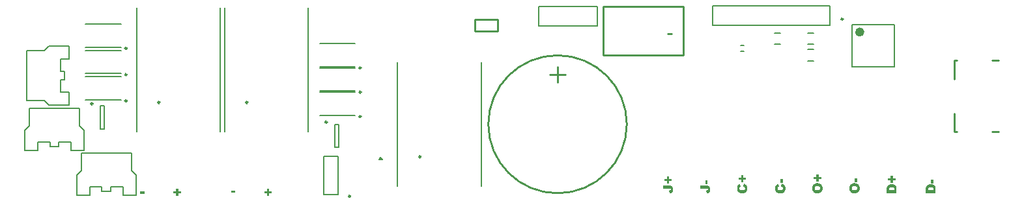
<source format=gto>
%FSAX24Y24*%
%MOIN*%
G70*
G01*
G75*
G04 Layer_Color=65535*
%ADD10C,0.1000*%
%ADD11C,0.0100*%
%ADD12C,0.1200*%
%ADD13C,0.0200*%
%ADD14C,0.0300*%
%ADD15C,0.0400*%
%ADD16C,0.0150*%
%ADD17C,0.0500*%
%ADD18O,0.0709X0.0118*%
%ADD19O,0.0118X0.0709*%
%ADD20R,0.0413X0.0394*%
%ADD21R,0.0433X0.0669*%
%ADD22R,0.1181X0.2362*%
%ADD23R,0.0276X0.0354*%
%ADD24R,0.0374X0.0394*%
%ADD25R,0.0118X0.0157*%
%ADD26R,0.0394X0.0413*%
%ADD27O,0.0866X0.0236*%
%ADD28R,0.0787X0.0787*%
%ADD29R,0.0394X0.0374*%
%ADD30R,0.0433X0.0236*%
%ADD31R,0.1496X0.0984*%
%ADD32R,0.0787X0.0197*%
%ADD33R,0.0315X0.0315*%
%ADD34R,0.4110X0.3504*%
%ADD35R,0.0394X0.1339*%
%ADD36C,0.0150*%
%ADD37C,0.3000*%
%ADD38C,0.0700*%
%ADD39R,0.0550X0.0750*%
%ADD40O,0.0550X0.0750*%
%ADD41R,0.0750X0.0550*%
%ADD42O,0.0750X0.0550*%
%ADD43C,0.0591*%
%ADD44R,0.0591X0.0591*%
%ADD45C,0.0748*%
%ADD46C,0.2100*%
G04:AMPARAMS|DCode=47|XSize=51mil|YSize=51mil|CornerRadius=12.8mil|HoleSize=0mil|Usage=FLASHONLY|Rotation=0.000|XOffset=0mil|YOffset=0mil|HoleType=Round|Shape=RoundedRectangle|*
%AMROUNDEDRECTD47*
21,1,0.0510,0.0255,0,0,0.0*
21,1,0.0255,0.0510,0,0,0.0*
1,1,0.0255,0.0128,-0.0128*
1,1,0.0255,-0.0128,-0.0128*
1,1,0.0255,-0.0128,0.0128*
1,1,0.0255,0.0128,0.0128*
%
%ADD47ROUNDEDRECTD47*%
%ADD48R,0.0510X0.0510*%
%ADD49C,0.0250*%
%ADD50C,0.0700*%
%ADD51R,0.0630X0.0591*%
%ADD52R,0.0669X0.0433*%
%ADD53C,0.0098*%
%ADD54C,0.0236*%
%ADD55C,0.0050*%
%ADD56C,0.0079*%
G36*
X046566Y000716D02*
X046573D01*
X046592Y000714D01*
X046611Y000712D01*
X046633Y000709D01*
X046653Y000704D01*
X046671Y000698D01*
X046672D01*
X046673Y000697D01*
X046679Y000694D01*
X046687Y000690D01*
X046697Y000685D01*
X046709Y000677D01*
X046721Y000668D01*
X046734Y000658D01*
X046746Y000646D01*
X046747Y000644D01*
X046751Y000640D01*
X046757Y000634D01*
X046763Y000626D01*
X046769Y000614D01*
X046776Y000603D01*
X046782Y000590D01*
X046787Y000577D01*
Y000576D01*
X046788Y000575D01*
Y000572D01*
X046789Y000568D01*
X046791Y000558D01*
X046794Y000545D01*
X046796Y000531D01*
X046798Y000515D01*
X046799Y000499D01*
X046800Y000482D01*
Y000250D01*
X046293D01*
Y000482D01*
Y000483D01*
Y000485D01*
Y000489D01*
Y000493D01*
X046294Y000500D01*
Y000506D01*
X046296Y000522D01*
X046298Y000540D01*
X046301Y000559D01*
X046306Y000577D01*
X046313Y000594D01*
Y000595D01*
X046313Y000596D01*
X046316Y000602D01*
X046320Y000609D01*
X046326Y000619D01*
X046334Y000630D01*
X046343Y000642D01*
X046354Y000653D01*
X046366Y000664D01*
X046368Y000665D01*
X046373Y000669D01*
X046379Y000674D01*
X046389Y000680D01*
X046401Y000687D01*
X046415Y000693D01*
X046431Y000699D01*
X046448Y000704D01*
X046448D01*
X046449Y000705D01*
X046452D01*
X046456Y000706D01*
X046465Y000708D01*
X046477Y000711D01*
X046492Y000713D01*
X046509Y000715D01*
X046526Y000716D01*
X046546Y000717D01*
X046559D01*
X046566Y000716D01*
D02*
G37*
G36*
X044603Y001036D02*
X044735D01*
Y000924D01*
X044603D01*
Y000792D01*
X044491D01*
Y000924D01*
X044358D01*
Y001036D01*
X044491D01*
Y001169D01*
X044603D01*
Y001036D01*
D02*
G37*
G36*
X046670Y000763D02*
X046560D01*
Y000968D01*
X046670D01*
Y000763D01*
D02*
G37*
G36*
X040803Y001096D02*
X040935D01*
Y000984D01*
X040803D01*
Y000852D01*
X040691D01*
Y000984D01*
X040558D01*
Y001096D01*
X040691D01*
Y001230D01*
X040803D01*
Y001096D01*
D02*
G37*
G36*
X040765Y000774D02*
X040774Y000774D01*
X040784Y000773D01*
X040795Y000772D01*
X040818Y000768D01*
X040842Y000762D01*
X040866Y000755D01*
X040889Y000745D01*
X040890D01*
X040892Y000744D01*
X040895Y000742D01*
X040898Y000739D01*
X040908Y000733D01*
X040921Y000723D01*
X040935Y000711D01*
X040950Y000696D01*
X040964Y000679D01*
X040977Y000659D01*
Y000658D01*
X040978Y000656D01*
X040980Y000653D01*
X040981Y000649D01*
X040984Y000643D01*
X040987Y000637D01*
X040990Y000629D01*
X040993Y000620D01*
X040995Y000610D01*
X040998Y000600D01*
X041004Y000576D01*
X041007Y000548D01*
X041008Y000517D01*
Y000516D01*
Y000514D01*
Y000509D01*
Y000503D01*
X041007Y000496D01*
X041006Y000488D01*
Y000478D01*
X041005Y000467D01*
X041002Y000445D01*
X040997Y000422D01*
X040991Y000398D01*
X040981Y000376D01*
Y000375D01*
X040981Y000373D01*
X040979Y000370D01*
X040976Y000367D01*
X040969Y000356D01*
X040960Y000343D01*
X040949Y000329D01*
X040933Y000314D01*
X040916Y000298D01*
X040895Y000284D01*
X040895D01*
X040893Y000282D01*
X040889Y000281D01*
X040884Y000279D01*
X040879Y000276D01*
X040872Y000273D01*
X040864Y000270D01*
X040855Y000268D01*
X040845Y000264D01*
X040834Y000261D01*
X040821Y000258D01*
X040808Y000256D01*
X040779Y000252D01*
X040747Y000250D01*
X040742D01*
X040735Y000251D01*
X040727D01*
X040717Y000252D01*
X040705Y000254D01*
X040691Y000256D01*
X040677Y000258D01*
X040661Y000262D01*
X040646Y000267D01*
X040630Y000272D01*
X040613Y000279D01*
X040598Y000287D01*
X040582Y000296D01*
X040568Y000306D01*
X040554Y000318D01*
X040553Y000319D01*
X040551Y000322D01*
X040548Y000326D01*
X040543Y000331D01*
X040538Y000339D01*
X040532Y000347D01*
X040525Y000357D01*
X040519Y000368D01*
X040513Y000381D01*
X040507Y000396D01*
X040500Y000412D01*
X040496Y000429D01*
X040491Y000448D01*
X040488Y000468D01*
X040486Y000490D01*
X040485Y000512D01*
Y000514D01*
Y000517D01*
Y000524D01*
X040486Y000532D01*
X040487Y000543D01*
X040488Y000555D01*
X040490Y000569D01*
X040493Y000583D01*
X040497Y000599D01*
X040501Y000614D01*
X040507Y000631D01*
X040513Y000647D01*
X040522Y000663D01*
X040531Y000678D01*
X040541Y000692D01*
X040553Y000706D01*
X040554Y000707D01*
X040556Y000709D01*
X040561Y000712D01*
X040565Y000717D01*
X040573Y000722D01*
X040581Y000728D01*
X040591Y000735D01*
X040602Y000741D01*
X040615Y000748D01*
X040629Y000753D01*
X040645Y000760D01*
X040661Y000764D01*
X040680Y000769D01*
X040699Y000773D01*
X040721Y000774D01*
X040743Y000775D01*
X040758D01*
X040765Y000774D01*
D02*
G37*
G36*
X006304Y000230D02*
X006100D01*
Y000340D01*
X006304D01*
Y000230D01*
D02*
G37*
G36*
X010954Y000280D02*
X010750D01*
Y000390D01*
X010954D01*
Y000280D01*
D02*
G37*
G36*
X008044Y000359D02*
X008177D01*
Y000247D01*
X008044D01*
Y000115D01*
X007932D01*
Y000247D01*
X007800D01*
Y000359D01*
X007932D01*
Y000492D01*
X008044D01*
Y000359D01*
D02*
G37*
G36*
X044566Y000716D02*
X044573D01*
X044592Y000714D01*
X044611Y000712D01*
X044633Y000709D01*
X044653Y000704D01*
X044671Y000698D01*
X044672D01*
X044673Y000697D01*
X044679Y000694D01*
X044687Y000690D01*
X044697Y000685D01*
X044709Y000677D01*
X044721Y000668D01*
X044734Y000658D01*
X044746Y000646D01*
X044747Y000644D01*
X044751Y000640D01*
X044757Y000634D01*
X044763Y000626D01*
X044769Y000614D01*
X044776Y000603D01*
X044782Y000590D01*
X044787Y000577D01*
Y000576D01*
X044788Y000575D01*
Y000572D01*
X044789Y000568D01*
X044791Y000558D01*
X044794Y000545D01*
X044796Y000531D01*
X044798Y000515D01*
X044799Y000499D01*
X044800Y000482D01*
Y000250D01*
X044293D01*
Y000482D01*
Y000483D01*
Y000485D01*
Y000489D01*
Y000493D01*
X044294Y000500D01*
Y000506D01*
X044296Y000522D01*
X044298Y000540D01*
X044301Y000559D01*
X044306Y000577D01*
X044313Y000594D01*
Y000595D01*
X044313Y000596D01*
X044316Y000602D01*
X044320Y000609D01*
X044326Y000619D01*
X044334Y000630D01*
X044343Y000642D01*
X044354Y000653D01*
X044366Y000664D01*
X044368Y000665D01*
X044373Y000669D01*
X044379Y000674D01*
X044389Y000680D01*
X044401Y000687D01*
X044415Y000693D01*
X044431Y000699D01*
X044448Y000704D01*
X044448D01*
X044449Y000705D01*
X044452D01*
X044456Y000706D01*
X044465Y000708D01*
X044477Y000711D01*
X044492Y000713D01*
X044509Y000715D01*
X044526Y000716D01*
X044546Y000717D01*
X044559D01*
X044566Y000716D01*
D02*
G37*
G36*
X012694Y000359D02*
X012827D01*
Y000247D01*
X012694D01*
Y000115D01*
X012582D01*
Y000247D01*
X012450D01*
Y000359D01*
X012582D01*
Y000492D01*
X012694D01*
Y000359D01*
D02*
G37*
G36*
X042665Y000774D02*
X042674Y000774D01*
X042684Y000773D01*
X042695Y000772D01*
X042718Y000768D01*
X042742Y000762D01*
X042766Y000755D01*
X042789Y000745D01*
X042790D01*
X042792Y000744D01*
X042795Y000742D01*
X042798Y000739D01*
X042808Y000733D01*
X042821Y000723D01*
X042835Y000711D01*
X042850Y000696D01*
X042864Y000679D01*
X042877Y000659D01*
Y000658D01*
X042878Y000656D01*
X042880Y000653D01*
X042881Y000649D01*
X042884Y000643D01*
X042887Y000637D01*
X042890Y000629D01*
X042893Y000620D01*
X042895Y000610D01*
X042898Y000600D01*
X042904Y000576D01*
X042907Y000548D01*
X042908Y000517D01*
Y000516D01*
Y000514D01*
Y000509D01*
Y000503D01*
X042907Y000496D01*
X042906Y000488D01*
Y000478D01*
X042905Y000467D01*
X042902Y000445D01*
X042897Y000422D01*
X042891Y000398D01*
X042881Y000376D01*
Y000375D01*
X042881Y000373D01*
X042879Y000370D01*
X042876Y000367D01*
X042869Y000356D01*
X042860Y000343D01*
X042849Y000329D01*
X042833Y000314D01*
X042816Y000298D01*
X042795Y000284D01*
X042795D01*
X042793Y000282D01*
X042789Y000281D01*
X042784Y000279D01*
X042779Y000276D01*
X042772Y000273D01*
X042764Y000270D01*
X042755Y000268D01*
X042745Y000264D01*
X042733Y000261D01*
X042721Y000258D01*
X042708Y000256D01*
X042679Y000252D01*
X042647Y000250D01*
X042642D01*
X042635Y000251D01*
X042627D01*
X042617Y000252D01*
X042605Y000254D01*
X042591Y000256D01*
X042577Y000258D01*
X042561Y000262D01*
X042546Y000267D01*
X042530Y000272D01*
X042513Y000279D01*
X042498Y000287D01*
X042482Y000296D01*
X042468Y000306D01*
X042454Y000318D01*
X042453Y000319D01*
X042451Y000322D01*
X042448Y000326D01*
X042443Y000331D01*
X042438Y000339D01*
X042432Y000347D01*
X042425Y000357D01*
X042419Y000368D01*
X042413Y000381D01*
X042407Y000396D01*
X042400Y000412D01*
X042396Y000429D01*
X042391Y000448D01*
X042388Y000468D01*
X042386Y000490D01*
X042385Y000512D01*
Y000514D01*
Y000517D01*
Y000524D01*
X042386Y000532D01*
X042387Y000543D01*
X042388Y000555D01*
X042390Y000569D01*
X042393Y000583D01*
X042397Y000599D01*
X042401Y000614D01*
X042407Y000631D01*
X042413Y000647D01*
X042422Y000663D01*
X042431Y000678D01*
X042441Y000692D01*
X042453Y000706D01*
X042454Y000707D01*
X042456Y000709D01*
X042461Y000712D01*
X042465Y000717D01*
X042473Y000722D01*
X042481Y000728D01*
X042491Y000735D01*
X042502Y000741D01*
X042515Y000748D01*
X042529Y000753D01*
X042545Y000760D01*
X042561Y000764D01*
X042580Y000769D01*
X042599Y000773D01*
X042621Y000774D01*
X042643Y000775D01*
X042658D01*
X042665Y000774D01*
D02*
G37*
G36*
X033148Y000657D02*
X033168Y000656D01*
X033189Y000654D01*
X033211Y000651D01*
X033233Y000648D01*
X033242Y000645D01*
X033251Y000642D01*
X033252D01*
X033253Y000641D01*
X033258Y000639D01*
X033267Y000635D01*
X033278Y000628D01*
X033290Y000620D01*
X033303Y000610D01*
X033316Y000596D01*
X033328Y000580D01*
Y000579D01*
X033329Y000578D01*
X033331Y000576D01*
X033332Y000572D01*
X033335Y000567D01*
X033337Y000562D01*
X033343Y000548D01*
X033349Y000531D01*
X033354Y000511D01*
X033357Y000487D01*
X033358Y000461D01*
Y000460D01*
Y000457D01*
Y000454D01*
Y000448D01*
X033357Y000441D01*
Y000434D01*
X033356Y000417D01*
X033354Y000398D01*
X033350Y000379D01*
X033344Y000359D01*
X033338Y000342D01*
X033337Y000340D01*
X033334Y000335D01*
X033330Y000327D01*
X033323Y000318D01*
X033314Y000307D01*
X033304Y000297D01*
X033292Y000286D01*
X033278Y000277D01*
X033277D01*
X033276Y000276D01*
X033270Y000273D01*
X033262Y000269D01*
X033250Y000265D01*
X033235Y000260D01*
X033219Y000256D01*
X033199Y000252D01*
X033178Y000250D01*
X033158Y000400D01*
X033170D01*
X033177Y000401D01*
X033194Y000403D01*
X033201Y000404D01*
X033208Y000405D01*
X033209D01*
X033211Y000406D01*
X033214Y000408D01*
X033218Y000410D01*
X033226Y000416D01*
X033233Y000424D01*
X033234Y000426D01*
X033236Y000430D01*
X033239Y000439D01*
X033240Y000450D01*
Y000451D01*
Y000454D01*
X033239Y000459D01*
X033237Y000465D01*
X033235Y000470D01*
X033232Y000477D01*
X033227Y000483D01*
X033221Y000488D01*
X033220Y000489D01*
X033217Y000490D01*
X033212Y000491D01*
X033205Y000494D01*
X033196Y000497D01*
X033184Y000499D01*
X033171Y000500D01*
X033155Y000501D01*
X032843D01*
Y000658D01*
X033140D01*
X033148Y000657D01*
D02*
G37*
G36*
X038970Y000784D02*
X038860D01*
Y000988D01*
X038970D01*
Y000784D01*
D02*
G37*
G36*
X038937Y000743D02*
X038940Y000742D01*
X038944Y000741D01*
X038955Y000738D01*
X038968Y000733D01*
X038983Y000727D01*
X038999Y000719D01*
X039015Y000711D01*
X039031Y000700D01*
X039032Y000699D01*
X039037Y000694D01*
X039044Y000688D01*
X039053Y000679D01*
X039062Y000668D01*
X039071Y000656D01*
X039081Y000641D01*
X039089Y000626D01*
Y000625D01*
X039090Y000624D01*
X039091Y000621D01*
X039092Y000618D01*
X039095Y000608D01*
X039098Y000595D01*
X039102Y000579D01*
X039106Y000560D01*
X039107Y000538D01*
X039108Y000514D01*
Y000513D01*
Y000510D01*
Y000505D01*
Y000500D01*
X039107Y000492D01*
Y000485D01*
X039106Y000476D01*
X039106Y000466D01*
X039103Y000444D01*
X039098Y000421D01*
X039093Y000399D01*
X039085Y000378D01*
Y000377D01*
X039084Y000376D01*
X039082Y000373D01*
X039081Y000369D01*
X039074Y000359D01*
X039066Y000347D01*
X039054Y000333D01*
X039040Y000318D01*
X039022Y000303D01*
X039001Y000288D01*
X039000D01*
X038998Y000286D01*
X038995Y000284D01*
X038990Y000282D01*
X038984Y000280D01*
X038977Y000276D01*
X038969Y000272D01*
X038958Y000269D01*
X038948Y000266D01*
X038936Y000262D01*
X038923Y000259D01*
X038909Y000256D01*
X038895Y000254D01*
X038879Y000252D01*
X038846Y000250D01*
X038840D01*
X038834Y000251D01*
X038825D01*
X038814Y000252D01*
X038802Y000254D01*
X038789Y000256D01*
X038774Y000258D01*
X038759Y000262D01*
X038743Y000267D01*
X038727Y000271D01*
X038711Y000278D01*
X038695Y000286D01*
X038680Y000294D01*
X038665Y000305D01*
X038652Y000317D01*
X038651Y000318D01*
X038650Y000319D01*
X038646Y000324D01*
X038642Y000329D01*
X038637Y000336D01*
X038631Y000344D01*
X038625Y000354D01*
X038618Y000366D01*
X038613Y000378D01*
X038606Y000392D01*
X038600Y000408D01*
X038595Y000425D01*
X038591Y000443D01*
X038588Y000463D01*
X038586Y000484D01*
X038585Y000506D01*
Y000507D01*
Y000511D01*
Y000515D01*
X038586Y000522D01*
Y000530D01*
X038587Y000540D01*
X038588Y000550D01*
X038589Y000561D01*
X038594Y000586D01*
X038601Y000611D01*
X038611Y000635D01*
X038617Y000646D01*
X038624Y000657D01*
Y000658D01*
X038625Y000660D01*
X038627Y000663D01*
X038631Y000666D01*
X038635Y000671D01*
X038640Y000676D01*
X038646Y000682D01*
X038653Y000688D01*
X038661Y000695D01*
X038670Y000701D01*
X038679Y000709D01*
X038690Y000715D01*
X038702Y000722D01*
X038714Y000728D01*
X038728Y000734D01*
X038743Y000739D01*
X038773Y000601D01*
X038773D01*
X038770Y000600D01*
X038765Y000598D01*
X038761Y000596D01*
X038749Y000590D01*
X038745Y000588D01*
X038740Y000585D01*
X038739Y000584D01*
X038737Y000583D01*
X038734Y000579D01*
X038730Y000576D01*
X038721Y000565D01*
X038712Y000552D01*
X038712Y000552D01*
X038711Y000550D01*
X038709Y000545D01*
X038707Y000540D01*
X038705Y000534D01*
X038704Y000527D01*
X038702Y000518D01*
Y000510D01*
Y000509D01*
Y000507D01*
Y000504D01*
X038703Y000502D01*
X038704Y000491D01*
X038708Y000479D01*
X038712Y000466D01*
X038721Y000453D01*
X038731Y000440D01*
X038738Y000434D01*
X038746Y000429D01*
X038748Y000428D01*
X038751Y000425D01*
X038760Y000422D01*
X038770Y000418D01*
X038784Y000414D01*
X038800Y000411D01*
X038821Y000408D01*
X038845Y000407D01*
X038859D01*
X038865Y000408D01*
X038873D01*
X038891Y000410D01*
X038909Y000414D01*
X038929Y000417D01*
X038946Y000424D01*
X038954Y000428D01*
X038960Y000432D01*
X038961Y000433D01*
X038965Y000437D01*
X038970Y000443D01*
X038975Y000451D01*
X038982Y000461D01*
X038986Y000474D01*
X038990Y000488D01*
X038991Y000504D01*
Y000505D01*
Y000506D01*
Y000512D01*
X038990Y000520D01*
X038988Y000530D01*
X038984Y000541D01*
X038981Y000552D01*
X038974Y000564D01*
X038966Y000573D01*
X038965Y000574D01*
X038961Y000577D01*
X038956Y000581D01*
X038947Y000586D01*
X038937Y000591D01*
X038924Y000597D01*
X038909Y000602D01*
X038892Y000607D01*
X038934Y000744D01*
X038935D01*
X038937Y000743D01*
D02*
G37*
G36*
X035120Y000726D02*
X035010D01*
Y000931D01*
X035120D01*
Y000726D01*
D02*
G37*
G36*
X035048Y000657D02*
X035068Y000656D01*
X035089Y000654D01*
X035111Y000651D01*
X035133Y000648D01*
X035142Y000645D01*
X035151Y000642D01*
X035152D01*
X035153Y000641D01*
X035158Y000639D01*
X035167Y000635D01*
X035178Y000628D01*
X035190Y000620D01*
X035203Y000610D01*
X035216Y000596D01*
X035228Y000580D01*
Y000579D01*
X035229Y000578D01*
X035231Y000576D01*
X035232Y000572D01*
X035235Y000567D01*
X035237Y000562D01*
X035243Y000548D01*
X035249Y000531D01*
X035254Y000511D01*
X035257Y000487D01*
X035258Y000461D01*
Y000460D01*
Y000457D01*
Y000454D01*
Y000448D01*
X035257Y000441D01*
Y000434D01*
X035256Y000417D01*
X035254Y000398D01*
X035250Y000379D01*
X035244Y000359D01*
X035238Y000342D01*
X035237Y000340D01*
X035234Y000335D01*
X035230Y000327D01*
X035223Y000318D01*
X035214Y000307D01*
X035204Y000297D01*
X035192Y000286D01*
X035178Y000277D01*
X035177D01*
X035176Y000276D01*
X035170Y000273D01*
X035162Y000269D01*
X035150Y000265D01*
X035135Y000260D01*
X035119Y000256D01*
X035099Y000252D01*
X035078Y000250D01*
X035058Y000400D01*
X035070D01*
X035077Y000401D01*
X035094Y000403D01*
X035101Y000404D01*
X035108Y000405D01*
X035109D01*
X035111Y000406D01*
X035114Y000408D01*
X035118Y000410D01*
X035126Y000416D01*
X035133Y000424D01*
X035134Y000426D01*
X035136Y000430D01*
X035139Y000439D01*
X035140Y000450D01*
Y000451D01*
Y000454D01*
X035139Y000459D01*
X035137Y000465D01*
X035135Y000470D01*
X035132Y000477D01*
X035127Y000483D01*
X035120Y000488D01*
X035120Y000489D01*
X035117Y000490D01*
X035112Y000491D01*
X035105Y000494D01*
X035096Y000497D01*
X035084Y000499D01*
X035071Y000500D01*
X035055Y000501D01*
X034743D01*
Y000658D01*
X035040D01*
X035048Y000657D01*
D02*
G37*
G36*
X033153Y000999D02*
X033285D01*
Y000887D01*
X033153D01*
Y000755D01*
X033041D01*
Y000887D01*
X032908D01*
Y000999D01*
X033041D01*
Y001132D01*
X033153D01*
Y000999D01*
D02*
G37*
G36*
X036987Y000743D02*
X036990Y000742D01*
X036994Y000741D01*
X037005Y000738D01*
X037018Y000733D01*
X037033Y000727D01*
X037049Y000719D01*
X037065Y000711D01*
X037081Y000700D01*
X037082Y000699D01*
X037087Y000694D01*
X037094Y000688D01*
X037103Y000679D01*
X037112Y000668D01*
X037121Y000656D01*
X037131Y000641D01*
X037139Y000626D01*
Y000625D01*
X037140Y000624D01*
X037141Y000621D01*
X037142Y000618D01*
X037145Y000608D01*
X037148Y000595D01*
X037152Y000579D01*
X037156Y000560D01*
X037157Y000538D01*
X037158Y000514D01*
Y000513D01*
Y000510D01*
Y000505D01*
Y000500D01*
X037157Y000492D01*
Y000485D01*
X037156Y000476D01*
X037156Y000466D01*
X037153Y000444D01*
X037148Y000421D01*
X037143Y000399D01*
X037135Y000378D01*
Y000377D01*
X037134Y000376D01*
X037132Y000373D01*
X037131Y000369D01*
X037124Y000359D01*
X037116Y000347D01*
X037104Y000333D01*
X037090Y000318D01*
X037072Y000303D01*
X037051Y000288D01*
X037050D01*
X037048Y000286D01*
X037045Y000284D01*
X037040Y000282D01*
X037034Y000280D01*
X037027Y000276D01*
X037019Y000272D01*
X037008Y000269D01*
X036998Y000266D01*
X036986Y000262D01*
X036973Y000259D01*
X036959Y000256D01*
X036945Y000254D01*
X036929Y000252D01*
X036896Y000250D01*
X036890D01*
X036884Y000251D01*
X036875D01*
X036864Y000252D01*
X036852Y000254D01*
X036839Y000256D01*
X036824Y000258D01*
X036809Y000262D01*
X036793Y000267D01*
X036777Y000271D01*
X036761Y000278D01*
X036745Y000286D01*
X036730Y000294D01*
X036715Y000305D01*
X036702Y000317D01*
X036701Y000318D01*
X036700Y000319D01*
X036696Y000324D01*
X036692Y000329D01*
X036687Y000336D01*
X036681Y000344D01*
X036675Y000354D01*
X036668Y000366D01*
X036663Y000378D01*
X036656Y000392D01*
X036651Y000408D01*
X036645Y000425D01*
X036641Y000443D01*
X036638Y000463D01*
X036636Y000484D01*
X036635Y000506D01*
Y000507D01*
Y000511D01*
Y000515D01*
X036636Y000522D01*
Y000530D01*
X036637Y000540D01*
X036638Y000550D01*
X036639Y000561D01*
X036644Y000586D01*
X036651Y000611D01*
X036661Y000635D01*
X036667Y000646D01*
X036674Y000657D01*
Y000658D01*
X036675Y000660D01*
X036677Y000663D01*
X036681Y000666D01*
X036685Y000671D01*
X036690Y000676D01*
X036696Y000682D01*
X036703Y000688D01*
X036711Y000695D01*
X036720Y000701D01*
X036729Y000709D01*
X036740Y000715D01*
X036752Y000722D01*
X036764Y000728D01*
X036778Y000734D01*
X036793Y000739D01*
X036823Y000601D01*
X036823D01*
X036820Y000600D01*
X036815Y000598D01*
X036811Y000596D01*
X036799Y000590D01*
X036795Y000588D01*
X036790Y000585D01*
X036789Y000584D01*
X036787Y000583D01*
X036784Y000579D01*
X036780Y000576D01*
X036771Y000565D01*
X036762Y000552D01*
X036762Y000552D01*
X036761Y000550D01*
X036759Y000545D01*
X036757Y000540D01*
X036755Y000534D01*
X036754Y000527D01*
X036752Y000518D01*
Y000510D01*
Y000509D01*
Y000507D01*
Y000504D01*
X036753Y000502D01*
X036754Y000491D01*
X036758Y000479D01*
X036762Y000466D01*
X036771Y000453D01*
X036781Y000440D01*
X036788Y000434D01*
X036796Y000429D01*
X036798Y000428D01*
X036801Y000425D01*
X036810Y000422D01*
X036820Y000418D01*
X036834Y000414D01*
X036850Y000411D01*
X036871Y000408D01*
X036895Y000407D01*
X036909D01*
X036915Y000408D01*
X036923D01*
X036941Y000410D01*
X036959Y000414D01*
X036979Y000417D01*
X036996Y000424D01*
X037004Y000428D01*
X037010Y000432D01*
X037011Y000433D01*
X037015Y000437D01*
X037020Y000443D01*
X037025Y000451D01*
X037032Y000461D01*
X037036Y000474D01*
X037040Y000488D01*
X037041Y000504D01*
Y000505D01*
Y000506D01*
Y000512D01*
X037040Y000520D01*
X037038Y000530D01*
X037034Y000541D01*
X037031Y000552D01*
X037024Y000564D01*
X037016Y000573D01*
X037015Y000574D01*
X037011Y000577D01*
X037006Y000581D01*
X036997Y000586D01*
X036987Y000591D01*
X036974Y000597D01*
X036959Y000602D01*
X036942Y000607D01*
X036984Y000744D01*
X036985D01*
X036987Y000743D01*
D02*
G37*
G36*
X042770Y000824D02*
X042660D01*
Y001028D01*
X042770D01*
Y000824D01*
D02*
G37*
G36*
X036953Y001057D02*
X037085D01*
Y000945D01*
X036953D01*
Y000812D01*
X036841D01*
Y000945D01*
X036708D01*
Y001057D01*
X036841D01*
Y001190D01*
X036953D01*
Y001057D01*
D02*
G37*
%LPC*%
G36*
X040757Y000619D02*
X040729D01*
X040723Y000618D01*
X040717Y000617D01*
X040701Y000615D01*
X040685Y000612D01*
X040667Y000607D01*
X040650Y000600D01*
X040636Y000589D01*
X040635Y000589D01*
X040631Y000584D01*
X040626Y000577D01*
X040620Y000569D01*
X040613Y000558D01*
X040609Y000544D01*
X040605Y000528D01*
X040603Y000511D01*
Y000510D01*
Y000509D01*
X040604Y000503D01*
X040605Y000494D01*
X040608Y000484D01*
X040612Y000472D01*
X040618Y000459D01*
X040626Y000446D01*
X040637Y000435D01*
X040639Y000434D01*
X040644Y000430D01*
X040652Y000426D01*
X040663Y000421D01*
X040671Y000418D01*
X040679Y000416D01*
X040688Y000413D01*
X040698Y000411D01*
X040709Y000409D01*
X040721Y000407D01*
X040734Y000406D01*
X040755D01*
X040760Y000407D01*
X040766D01*
X040773Y000408D01*
X040790Y000410D01*
X040808Y000413D01*
X040826Y000418D01*
X040844Y000425D01*
X040851Y000429D01*
X040858Y000434D01*
X040859Y000435D01*
X040863Y000440D01*
X040868Y000446D01*
X040874Y000454D01*
X040881Y000466D01*
X040885Y000479D01*
X040889Y000495D01*
X040891Y000513D01*
Y000514D01*
Y000515D01*
Y000517D01*
X040890Y000521D01*
X040889Y000530D01*
X040887Y000541D01*
X040883Y000553D01*
X040877Y000566D01*
X040870Y000579D01*
X040858Y000590D01*
X040857Y000591D01*
X040852Y000595D01*
X040848Y000597D01*
X040844Y000600D01*
X040838Y000602D01*
X040832Y000605D01*
X040824Y000607D01*
X040816Y000610D01*
X040806Y000613D01*
X040796Y000614D01*
X040784Y000616D01*
X040771Y000618D01*
X040757Y000619D01*
D02*
G37*
G36*
X042657D02*
X042629D01*
X042623Y000618D01*
X042617Y000617D01*
X042601Y000615D01*
X042585Y000612D01*
X042567Y000607D01*
X042550Y000600D01*
X042536Y000589D01*
X042535Y000589D01*
X042531Y000584D01*
X042526Y000577D01*
X042520Y000569D01*
X042513Y000558D01*
X042509Y000544D01*
X042505Y000528D01*
X042503Y000511D01*
Y000510D01*
Y000509D01*
X042504Y000503D01*
X042505Y000494D01*
X042508Y000484D01*
X042512Y000472D01*
X042518Y000459D01*
X042526Y000446D01*
X042537Y000435D01*
X042539Y000434D01*
X042544Y000430D01*
X042552Y000426D01*
X042563Y000421D01*
X042571Y000418D01*
X042579Y000416D01*
X042588Y000413D01*
X042598Y000411D01*
X042609Y000409D01*
X042621Y000407D01*
X042634Y000406D01*
X042655D01*
X042660Y000407D01*
X042666D01*
X042673Y000408D01*
X042690Y000410D01*
X042708Y000413D01*
X042726Y000418D01*
X042744Y000425D01*
X042751Y000429D01*
X042758Y000434D01*
X042759Y000435D01*
X042763Y000440D01*
X042768Y000446D01*
X042774Y000454D01*
X042781Y000466D01*
X042785Y000479D01*
X042789Y000495D01*
X042791Y000513D01*
Y000514D01*
Y000515D01*
Y000517D01*
X042790Y000521D01*
X042789Y000530D01*
X042787Y000541D01*
X042783Y000553D01*
X042777Y000566D01*
X042770Y000579D01*
X042758Y000590D01*
X042757Y000591D01*
X042752Y000595D01*
X042748Y000597D01*
X042744Y000600D01*
X042738Y000602D01*
X042732Y000605D01*
X042724Y000607D01*
X042716Y000610D01*
X042706Y000613D01*
X042696Y000614D01*
X042684Y000616D01*
X042671Y000618D01*
X042657Y000619D01*
D02*
G37*
G36*
X044548Y000560D02*
X044535D01*
X044529Y000559D01*
X044522D01*
X044504Y000556D01*
X044486Y000553D01*
X044468Y000549D01*
X044451Y000542D01*
X044445Y000538D01*
X044438Y000533D01*
X044437Y000532D01*
X044434Y000527D01*
X044429Y000521D01*
X044423Y000512D01*
X044417Y000500D01*
X044412Y000485D01*
X044409Y000466D01*
X044408Y000445D01*
Y000406D01*
X044684D01*
Y000444D01*
Y000445D01*
Y000446D01*
Y000449D01*
Y000453D01*
X044683Y000461D01*
Y000472D01*
X044682Y000483D01*
X044680Y000495D01*
X044678Y000505D01*
X044674Y000515D01*
X044673Y000515D01*
X044672Y000518D01*
X044670Y000522D01*
X044665Y000527D01*
X044660Y000532D01*
X044654Y000538D01*
X044646Y000543D01*
X044636Y000548D01*
X044635Y000549D01*
X044631Y000550D01*
X044624Y000552D01*
X044615Y000554D01*
X044603Y000556D01*
X044587Y000558D01*
X044570Y000559D01*
X044548Y000560D01*
D02*
G37*
G36*
X046548D02*
X046535D01*
X046529Y000559D01*
X046522D01*
X046504Y000556D01*
X046486Y000553D01*
X046468Y000549D01*
X046451Y000542D01*
X046445Y000538D01*
X046438Y000533D01*
X046437Y000532D01*
X046434Y000527D01*
X046429Y000521D01*
X046423Y000512D01*
X046417Y000500D01*
X046412Y000485D01*
X046409Y000466D01*
X046408Y000445D01*
Y000406D01*
X046684D01*
Y000444D01*
Y000445D01*
Y000446D01*
Y000449D01*
Y000453D01*
X046683Y000461D01*
Y000472D01*
X046682Y000483D01*
X046680Y000495D01*
X046678Y000505D01*
X046674Y000515D01*
X046673Y000515D01*
X046672Y000518D01*
X046670Y000522D01*
X046665Y000527D01*
X046660Y000532D01*
X046654Y000538D01*
X046646Y000543D01*
X046636Y000548D01*
X046635Y000549D01*
X046631Y000550D01*
X046624Y000552D01*
X046615Y000554D01*
X046603Y000556D01*
X046587Y000558D01*
X046570Y000559D01*
X046548Y000560D01*
D02*
G37*
%LPD*%
D11*
X030993Y003800D02*
G03*
X030993Y003800I-003543J000000D01*
G01*
X023229Y009200D02*
X024371D01*
Y008600D02*
Y009200D01*
X023229Y008586D02*
X024371D01*
X023229Y008600D02*
Y009200D01*
X049670Y007071D02*
X050015D01*
X049670Y003429D02*
X050015D01*
X047751Y006136D02*
Y007071D01*
X047898D01*
X047751Y003429D02*
X047898D01*
X047751D02*
Y004364D01*
X033900Y007350D02*
Y009850D01*
X029800D02*
X033900D01*
X029800Y007350D02*
Y009850D01*
Y007350D02*
X033900D01*
X033100Y008450D02*
X033300D01*
D53*
X042055Y009208D02*
G03*
X042055Y009208I-000049J000000D01*
G01*
X016848Y000100D02*
G03*
X016848Y000100I-000049J000000D01*
G01*
X017398Y005450D02*
G03*
X017398Y005450I-000049J000000D01*
G01*
Y006700D02*
G03*
X017398Y006700I-000049J000000D01*
G01*
Y004200D02*
G03*
X017398Y004200I-000049J000000D01*
G01*
X015655Y003909D02*
G03*
X015655Y003909I-000049J000000D01*
G01*
X005411Y006350D02*
G03*
X005411Y006350I-000049J000000D01*
G01*
Y007700D02*
G03*
X005411Y007700I-000049J000000D01*
G01*
Y005000D02*
G03*
X005411Y005000I-000049J000000D01*
G01*
X003668Y004859D02*
G03*
X003668Y004859I-000049J000000D01*
G01*
X020449Y002128D02*
G03*
X020449Y002128I-000049J000000D01*
G01*
X011599Y004928D02*
G03*
X011599Y004928I-000049J000000D01*
G01*
X007099D02*
G03*
X007099Y004928I-000049J000000D01*
G01*
X027450Y005965D02*
Y006753D01*
X027056Y006359D02*
X027844D01*
D54*
X043029Y008539D02*
G03*
X043029Y008539I-000118J000000D01*
G01*
D55*
X002841Y000146D02*
Y001170D01*
Y000146D02*
X003510D01*
Y000579D01*
X004130D01*
Y000367D02*
Y000579D01*
Y000367D02*
X004583D01*
Y000579D01*
X005203D01*
Y000146D02*
Y000579D01*
Y000146D02*
X005872D01*
X003077Y002311D02*
X005636D01*
X002841Y001170D02*
X003077Y001406D01*
Y002311D01*
X005872Y000146D02*
Y001170D01*
X005636Y001406D02*
X005872Y001170D01*
X005636Y001406D02*
Y002311D01*
X000191Y002446D02*
Y003470D01*
Y002446D02*
X000860D01*
Y002879D01*
X001480D01*
Y002667D02*
Y002879D01*
Y002667D02*
X001933D01*
Y002879D01*
X002553D01*
Y002446D02*
Y002879D01*
Y002446D02*
X003222D01*
X000427Y004611D02*
X002986D01*
X000191Y003470D02*
X000427Y003706D01*
Y004611D01*
X003222Y002446D02*
Y003470D01*
X002986Y003706D02*
X003222Y003470D01*
X002986Y003706D02*
Y004611D01*
X001430Y004791D02*
X002454D01*
Y005460D01*
X002021D02*
X002454D01*
X002021D02*
Y006080D01*
X002233D01*
Y006533D01*
X002021D02*
X002233D01*
X002021D02*
Y007153D01*
X002454D01*
Y007822D01*
X000289Y005027D02*
Y007586D01*
X001194Y005027D02*
X001430Y004791D01*
X000289Y005027D02*
X001194D01*
X001430Y007822D02*
X002454D01*
X001194Y007586D02*
X001430Y007822D01*
X000289Y007586D02*
X001194D01*
X018400Y002099D02*
X018498Y002001D01*
X018302D02*
X018498D01*
X018302D02*
X018400Y002099D01*
D56*
X042517Y006767D02*
Y008933D01*
X044683Y006767D02*
Y008933D01*
X042517D02*
X044683D01*
X042517Y006767D02*
X044683D01*
X038543Y008495D02*
X038857D01*
X038543Y007905D02*
X038857D01*
X040243Y007645D02*
X040557D01*
X040243Y007055D02*
X040557D01*
X040243Y008495D02*
X040557D01*
X040243Y007905D02*
X040557D01*
X036821Y007838D02*
X036979D01*
X036821Y007562D02*
X036979D01*
X015500Y000200D02*
X016209D01*
Y002169D01*
X015500Y000200D02*
Y002169D01*
X016209D01*
X015282Y005509D02*
X017093D01*
X015282Y006691D02*
X017093D01*
X015282Y006759D02*
X017093D01*
X015282Y007941D02*
X017093D01*
X015282Y004259D02*
X017093D01*
X015282Y005441D02*
X017093D01*
X016236Y002609D02*
Y003791D01*
X016039Y002609D02*
Y003791D01*
Y002609D02*
X016236D01*
X016039Y003791D02*
X016236D01*
X035400Y009900D02*
X041400D01*
X035400Y008900D02*
X041400D01*
Y009900D01*
X035400Y008900D02*
Y009900D01*
X003294Y006409D02*
X005106D01*
X003294Y007591D02*
X005106D01*
X029500Y008850D02*
Y009850D01*
X026500Y008850D02*
X029500D01*
X026500D02*
Y009850D01*
X029500D01*
X003294Y007759D02*
X005106D01*
X003294Y008941D02*
X005106D01*
X003294Y005059D02*
X005106D01*
X003294Y006241D02*
X005106D01*
X004248Y003559D02*
Y004741D01*
X004052Y003559D02*
Y004741D01*
Y003559D02*
X004248D01*
X004052Y004741D02*
X004248D01*
X023546Y000612D02*
Y006970D01*
X019254Y000612D02*
Y006970D01*
X014696Y003412D02*
Y009770D01*
X010404Y003412D02*
Y009770D01*
X010196Y003412D02*
Y009770D01*
X005904Y003412D02*
Y009770D01*
M02*

</source>
